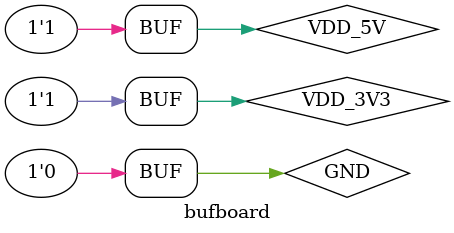
<source format=v>

module bufboard();

  // Wires declared as supply* will default to wide routing
  // when parsed through netlister.py
  supply0 GND;
  supply1 VDD_5V;
  supply1 VDD_3V3;

  // Netlister.py doesn't yet support Verilog bus notation so all
  // busses have to be bit blasted.
  wire     bbc_d0, bbc_d1, bbc_d2, bbc_d3, bbc_d4, bbc_d5, bbc_d6, bbc_d7;
  wire     bbc_a0, bbc_a1, bbc_a2, bbc_a3, bbc_a4, bbc_a5, bbc_a6, bbc_a7;
  wire     bbc_a8, bbc_a9, bbc_a10, bbc_a11, bbc_a12, bbc_a13, bbc_a14, bbc_a15;
  wire     bbc_rnw, ram_web, ram_oeb, bbc_rstb, bbc_irqb, bbc_nmib, bbc_rdy ;
  wire     bbc_sync, bbc_phi0, bbc_phi1, bbc_phi2, hsclk, cpu_phi2;

  wire     tdo, tdi, tck, tms ;

  
  // Link to connect 5V to regulator input  - intercept to measure current or add alternative +5V supply
  hdr1x02   vdd_5v_lnk ( .p1(VDD_5V_IN),.p2(VDD_5V) );

  // 40W Plug which connects via IDC cable and header into the
  // host computer's 6502 CPU socket
  skt6502_40w_RA CON (
                   .vss(GND),
                   .rdy(bbc_rdy),
                   .phi1out(bbc_phi1),
                   .irqb(bbc_irqb),
                   .nc1(),
                   .nmib(bbc_nmib),
                   .sync(bbc_sync),
                   .vcc(VDD_5V_IN),
                   .a0(bbc_a0),
                   .a1(bbc_a1),
                   .a2(bbc_a2),
                   .a3(bbc_a3),
                   .a4(bbc_a4),
                   .a5(bbc_a5),
                   .a6(bbc_a6),
                   .a7(bbc_a7),
                   .a8(bbc_a8),
                   .a9(bbc_a9),
                   .a10(bbc_a10),
                   .a11(bbc_a11),
                   .vss2(GND),
                   .a12(bbc_a12),
                   .a13(bbc_a13),
                   .a14(bbc_a14),
                   .a15(bbc_a15),
                   .d7(bbc_d7),
                   .d6(bbc_d6),
                   .d5(bbc_d5),
                   .d4(bbc_d4),
                   .d3(bbc_d3),
                   .d2(bbc_d2),
                   .d1(bbc_d1),
                   .d0(bbc_d0),
                   .rdnw(bbc_rnw),
                   .nc2(),
                   .nc3(),
                   .phi0in(bbc_phi0),
                   .so(),
                   .phi2out(bbc_phi2),
                   .rstb(bbc_rstb)
                   );

  hdr2x04   tstpt(
                  .p1(GND),     .p2(GND),
                  .p3(tp0),     .p4(tp1),
                  .p5(VDD_3V3), .p6(VDD_3V3),
                  .p7(VDD_3V3), .p8(VDD_3V3),
                  );

  hdr1x04   gndpt(
                  .p1(GND),
                  .p2(GND),
                  .p3(GND),
                  .p4(GND)
                  );

  // jtag header for in system programming (same pinout as MacMall Breakout board
  // so that we can use existing cable).
  hdr8way jtag (
                .p1(GND),     .p2(GND),
                .p3(tms),     .p4(tdi),
                .p5(tdo),     .p6(tck),
                .p7(VDD_3V3), .p8(),
                );

endmodule

</source>
